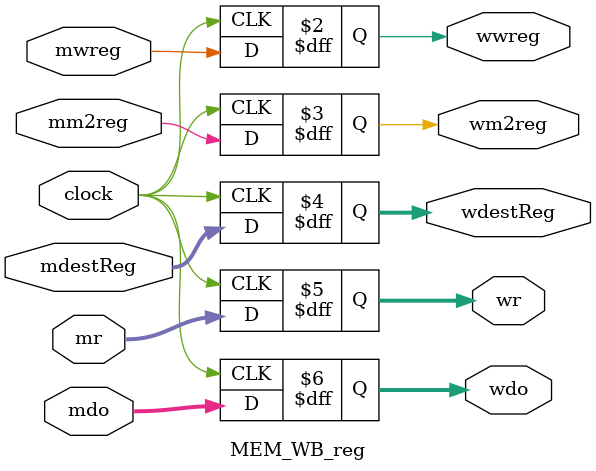
<source format=v>
`timescale 1ns / 1ps
module MEM_WB_reg(
    input mwreg,
    input mm2reg,
    input [4:0] mdestReg,
    input [31:0] mr,
    input [31:0] mdo,
    input clock,
    output reg wwreg,
    output reg wm2reg,
    output reg [4:0] wdestReg,
    output reg [31:0] wr,
    output reg [31:0] wdo);
    always @(posedge clock) begin
        wwreg = mwreg;
        wm2reg = mm2reg;
        wdestReg = mdestReg;
        wr = mr;
        wdo = mdo;
    end
endmodule

</source>
